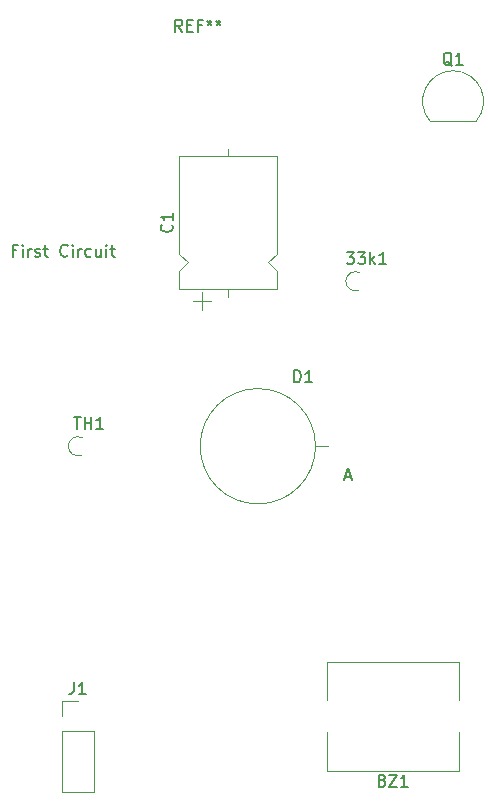
<source format=gbr>
%TF.GenerationSoftware,KiCad,Pcbnew,5.1.10-88a1d61d58~90~ubuntu20.04.1*%
%TF.CreationDate,2021-09-29T11:39:30-04:00*%
%TF.ProjectId,example1,6578616d-706c-4653-912e-6b696361645f,rev?*%
%TF.SameCoordinates,Original*%
%TF.FileFunction,Legend,Top*%
%TF.FilePolarity,Positive*%
%FSLAX46Y46*%
G04 Gerber Fmt 4.6, Leading zero omitted, Abs format (unit mm)*
G04 Created by KiCad (PCBNEW 5.1.10-88a1d61d58~90~ubuntu20.04.1) date 2021-09-29 11:39:30*
%MOMM*%
%LPD*%
G01*
G04 APERTURE LIST*
%ADD10C,0.150000*%
%ADD11C,0.120000*%
G04 APERTURE END LIST*
D10*
X896501428Y177871428D02*
X896168095Y177871428D01*
X896168095Y177347619D02*
X896168095Y178347619D01*
X896644285Y178347619D01*
X897025238Y177347619D02*
X897025238Y178014285D01*
X897025238Y178347619D02*
X896977619Y178300000D01*
X897025238Y178252380D01*
X897072857Y178300000D01*
X897025238Y178347619D01*
X897025238Y178252380D01*
X897501428Y177347619D02*
X897501428Y178014285D01*
X897501428Y177823809D02*
X897549047Y177919047D01*
X897596666Y177966666D01*
X897691904Y178014285D01*
X897787142Y178014285D01*
X898072857Y177395238D02*
X898168095Y177347619D01*
X898358571Y177347619D01*
X898453809Y177395238D01*
X898501428Y177490476D01*
X898501428Y177538095D01*
X898453809Y177633333D01*
X898358571Y177680952D01*
X898215714Y177680952D01*
X898120476Y177728571D01*
X898072857Y177823809D01*
X898072857Y177871428D01*
X898120476Y177966666D01*
X898215714Y178014285D01*
X898358571Y178014285D01*
X898453809Y177966666D01*
X898787142Y178014285D02*
X899168095Y178014285D01*
X898930000Y178347619D02*
X898930000Y177490476D01*
X898977619Y177395238D01*
X899072857Y177347619D01*
X899168095Y177347619D01*
X900834761Y177442857D02*
X900787142Y177395238D01*
X900644285Y177347619D01*
X900549047Y177347619D01*
X900406190Y177395238D01*
X900310952Y177490476D01*
X900263333Y177585714D01*
X900215714Y177776190D01*
X900215714Y177919047D01*
X900263333Y178109523D01*
X900310952Y178204761D01*
X900406190Y178300000D01*
X900549047Y178347619D01*
X900644285Y178347619D01*
X900787142Y178300000D01*
X900834761Y178252380D01*
X901263333Y177347619D02*
X901263333Y178014285D01*
X901263333Y178347619D02*
X901215714Y178300000D01*
X901263333Y178252380D01*
X901310952Y178300000D01*
X901263333Y178347619D01*
X901263333Y178252380D01*
X901739523Y177347619D02*
X901739523Y178014285D01*
X901739523Y177823809D02*
X901787142Y177919047D01*
X901834761Y177966666D01*
X901930000Y178014285D01*
X902025238Y178014285D01*
X902787142Y177395238D02*
X902691904Y177347619D01*
X902501428Y177347619D01*
X902406190Y177395238D01*
X902358571Y177442857D01*
X902310952Y177538095D01*
X902310952Y177823809D01*
X902358571Y177919047D01*
X902406190Y177966666D01*
X902501428Y178014285D01*
X902691904Y178014285D01*
X902787142Y177966666D01*
X903644285Y178014285D02*
X903644285Y177347619D01*
X903215714Y178014285D02*
X903215714Y177490476D01*
X903263333Y177395238D01*
X903358571Y177347619D01*
X903501428Y177347619D01*
X903596666Y177395238D01*
X903644285Y177442857D01*
X904120476Y177347619D02*
X904120476Y178014285D01*
X904120476Y178347619D02*
X904072857Y178300000D01*
X904120476Y178252380D01*
X904168095Y178300000D01*
X904120476Y178347619D01*
X904120476Y178252380D01*
X904453809Y178014285D02*
X904834761Y178014285D01*
X904596666Y178347619D02*
X904596666Y177490476D01*
X904644285Y177395238D01*
X904739523Y177347619D01*
X904834761Y177347619D01*
D11*
%TO.C,33k1*%
X925520095Y174510641D02*
G75*
G02*
X925617133Y175960000I-320095J749359D01*
G01*
%TO.C,BZ1*%
X922770000Y133830000D02*
X922770000Y137080000D01*
X922770000Y143030000D02*
X933970000Y143030000D01*
X933970000Y133830000D02*
X922770000Y133830000D01*
X933970000Y137080000D02*
X933970000Y133830000D01*
X933970000Y143030000D02*
X933970000Y139780000D01*
X922770000Y139780000D02*
X922770000Y143030000D01*
%TO.C,C1*%
X914400000Y186480000D02*
X914400000Y185840000D01*
X914400000Y173960000D02*
X914400000Y174600000D01*
X918520000Y177600000D02*
X918520000Y185840000D01*
X917770000Y176850000D02*
X918520000Y177600000D01*
X918520000Y176100000D02*
X917770000Y176850000D01*
X918520000Y174600000D02*
X918520000Y176100000D01*
X910280000Y177600000D02*
X910280000Y185840000D01*
X911030000Y176850000D02*
X910280000Y177600000D01*
X910280000Y176100000D02*
X911030000Y176850000D01*
X910280000Y174600000D02*
X910280000Y176100000D01*
X910280000Y185840000D02*
X918520000Y185840000D01*
X910280000Y174600000D02*
X918520000Y174600000D01*
X911450000Y173600000D02*
X912950000Y173600000D01*
X912200000Y172850000D02*
X912200000Y174350000D01*
%TO.C,D1*%
X921825000Y161290000D02*
X922860000Y161290000D01*
X921825000Y161290000D02*
G75*
G03*
X921825000Y161290000I-4885000J0D01*
G01*
%TO.C,J1*%
X900370000Y139760000D02*
X901700000Y139760000D01*
X900370000Y138430000D02*
X900370000Y139760000D01*
X900370000Y137160000D02*
X903030000Y137160000D01*
X903030000Y137160000D02*
X903030000Y132020000D01*
X900370000Y137160000D02*
X900370000Y132020000D01*
X900370000Y132020000D02*
X903030000Y132020000D01*
%TO.C,Q1*%
X931530000Y188800000D02*
X935380000Y188800000D01*
X935418611Y188809878D02*
G75*
G03*
X931530000Y188800000I-1948611J1690122D01*
G01*
%TO.C,TH1*%
X902020095Y160540641D02*
G75*
G02*
X902117133Y161990000I-320095J749359D01*
G01*
%TO.C,REF\u002A\u002A*%
D10*
X910526666Y196397619D02*
X910193333Y196873809D01*
X909955238Y196397619D02*
X909955238Y197397619D01*
X910336190Y197397619D01*
X910431428Y197350000D01*
X910479047Y197302380D01*
X910526666Y197207142D01*
X910526666Y197064285D01*
X910479047Y196969047D01*
X910431428Y196921428D01*
X910336190Y196873809D01*
X909955238Y196873809D01*
X910955238Y196921428D02*
X911288571Y196921428D01*
X911431428Y196397619D02*
X910955238Y196397619D01*
X910955238Y197397619D01*
X911431428Y197397619D01*
X912193333Y196921428D02*
X911860000Y196921428D01*
X911860000Y196397619D02*
X911860000Y197397619D01*
X912336190Y197397619D01*
X912860000Y197397619D02*
X912860000Y197159523D01*
X912621904Y197254761D02*
X912860000Y197159523D01*
X913098095Y197254761D01*
X912717142Y196969047D02*
X912860000Y197159523D01*
X913002857Y196969047D01*
X913621904Y197397619D02*
X913621904Y197159523D01*
X913383809Y197254761D02*
X913621904Y197159523D01*
X913860000Y197254761D01*
X913479047Y196969047D02*
X913621904Y197159523D01*
X913764761Y196969047D01*
%TO.C,33k1*%
X924459523Y177727619D02*
X925078571Y177727619D01*
X924745238Y177346666D01*
X924888095Y177346666D01*
X924983333Y177299047D01*
X925030952Y177251428D01*
X925078571Y177156190D01*
X925078571Y176918095D01*
X925030952Y176822857D01*
X924983333Y176775238D01*
X924888095Y176727619D01*
X924602380Y176727619D01*
X924507142Y176775238D01*
X924459523Y176822857D01*
X925411904Y177727619D02*
X926030952Y177727619D01*
X925697619Y177346666D01*
X925840476Y177346666D01*
X925935714Y177299047D01*
X925983333Y177251428D01*
X926030952Y177156190D01*
X926030952Y176918095D01*
X925983333Y176822857D01*
X925935714Y176775238D01*
X925840476Y176727619D01*
X925554761Y176727619D01*
X925459523Y176775238D01*
X925411904Y176822857D01*
X926459523Y176727619D02*
X926459523Y177727619D01*
X926554761Y177108571D02*
X926840476Y176727619D01*
X926840476Y177394285D02*
X926459523Y177013333D01*
X927792857Y176727619D02*
X927221428Y176727619D01*
X927507142Y176727619D02*
X927507142Y177727619D01*
X927411904Y177584761D01*
X927316666Y177489523D01*
X927221428Y177441904D01*
%TO.C,BZ1*%
X927489047Y133001428D02*
X927631904Y132953809D01*
X927679523Y132906190D01*
X927727142Y132810952D01*
X927727142Y132668095D01*
X927679523Y132572857D01*
X927631904Y132525238D01*
X927536666Y132477619D01*
X927155714Y132477619D01*
X927155714Y133477619D01*
X927489047Y133477619D01*
X927584285Y133430000D01*
X927631904Y133382380D01*
X927679523Y133287142D01*
X927679523Y133191904D01*
X927631904Y133096666D01*
X927584285Y133049047D01*
X927489047Y133001428D01*
X927155714Y133001428D01*
X928060476Y133477619D02*
X928727142Y133477619D01*
X928060476Y132477619D01*
X928727142Y132477619D01*
X929631904Y132477619D02*
X929060476Y132477619D01*
X929346190Y132477619D02*
X929346190Y133477619D01*
X929250952Y133334761D01*
X929155714Y133239523D01*
X929060476Y133191904D01*
%TO.C,C1*%
X909637142Y180053333D02*
X909684761Y180005714D01*
X909732380Y179862857D01*
X909732380Y179767619D01*
X909684761Y179624761D01*
X909589523Y179529523D01*
X909494285Y179481904D01*
X909303809Y179434285D01*
X909160952Y179434285D01*
X908970476Y179481904D01*
X908875238Y179529523D01*
X908780000Y179624761D01*
X908732380Y179767619D01*
X908732380Y179862857D01*
X908780000Y180005714D01*
X908827619Y180053333D01*
X909732380Y181005714D02*
X909732380Y180434285D01*
X909732380Y180720000D02*
X908732380Y180720000D01*
X908875238Y180624761D01*
X908970476Y180529523D01*
X909018095Y180434285D01*
%TO.C,D1*%
X920011904Y166722619D02*
X920011904Y167722619D01*
X920250000Y167722619D01*
X920392857Y167675000D01*
X920488095Y167579761D01*
X920535714Y167484523D01*
X920583333Y167294047D01*
X920583333Y167151190D01*
X920535714Y166960714D01*
X920488095Y166865476D01*
X920392857Y166770238D01*
X920250000Y166722619D01*
X920011904Y166722619D01*
X921535714Y166722619D02*
X920964285Y166722619D01*
X921250000Y166722619D02*
X921250000Y167722619D01*
X921154761Y167579761D01*
X921059523Y167484523D01*
X920964285Y167436904D01*
X924321904Y158723333D02*
X924798095Y158723333D01*
X924226666Y158437619D02*
X924560000Y159437619D01*
X924893333Y158437619D01*
%TO.C,J1*%
X901366666Y141307619D02*
X901366666Y140593333D01*
X901319047Y140450476D01*
X901223809Y140355238D01*
X901080952Y140307619D01*
X900985714Y140307619D01*
X902366666Y140307619D02*
X901795238Y140307619D01*
X902080952Y140307619D02*
X902080952Y141307619D01*
X901985714Y141164761D01*
X901890476Y141069523D01*
X901795238Y141021904D01*
%TO.C,Q1*%
X933374761Y193512380D02*
X933279523Y193560000D01*
X933184285Y193655238D01*
X933041428Y193798095D01*
X932946190Y193845714D01*
X932850952Y193845714D01*
X932898571Y193607619D02*
X932803333Y193655238D01*
X932708095Y193750476D01*
X932660476Y193940952D01*
X932660476Y194274285D01*
X932708095Y194464761D01*
X932803333Y194560000D01*
X932898571Y194607619D01*
X933089047Y194607619D01*
X933184285Y194560000D01*
X933279523Y194464761D01*
X933327142Y194274285D01*
X933327142Y193940952D01*
X933279523Y193750476D01*
X933184285Y193655238D01*
X933089047Y193607619D01*
X932898571Y193607619D01*
X934279523Y193607619D02*
X933708095Y193607619D01*
X933993809Y193607619D02*
X933993809Y194607619D01*
X933898571Y194464761D01*
X933803333Y194369523D01*
X933708095Y194321904D01*
%TO.C,TH1*%
X901364285Y163757619D02*
X901935714Y163757619D01*
X901650000Y162757619D02*
X901650000Y163757619D01*
X902269047Y162757619D02*
X902269047Y163757619D01*
X902269047Y163281428D02*
X902840476Y163281428D01*
X902840476Y162757619D02*
X902840476Y163757619D01*
X903840476Y162757619D02*
X903269047Y162757619D01*
X903554761Y162757619D02*
X903554761Y163757619D01*
X903459523Y163614761D01*
X903364285Y163519523D01*
X903269047Y163471904D01*
%TD*%
M02*

</source>
